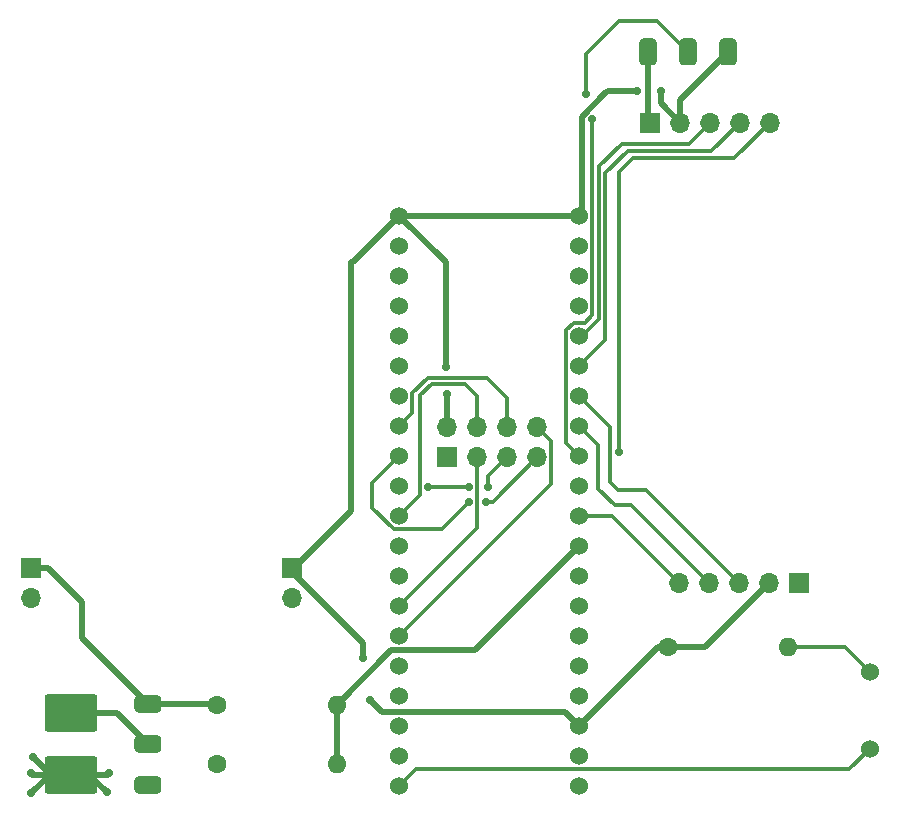
<source format=gbr>
%TF.GenerationSoftware,KiCad,Pcbnew,8.0.2*%
%TF.CreationDate,2024-06-16T11:23:50+08:00*%
%TF.ProjectId,transmitter,7472616e-736d-4697-9474-65722e6b6963,rev?*%
%TF.SameCoordinates,Original*%
%TF.FileFunction,Copper,L1,Top*%
%TF.FilePolarity,Positive*%
%FSLAX46Y46*%
G04 Gerber Fmt 4.6, Leading zero omitted, Abs format (unit mm)*
G04 Created by KiCad (PCBNEW 8.0.2) date 2024-06-16 11:23:50*
%MOMM*%
%LPD*%
G01*
G04 APERTURE LIST*
G04 Aperture macros list*
%AMRoundRect*
0 Rectangle with rounded corners*
0 $1 Rounding radius*
0 $2 $3 $4 $5 $6 $7 $8 $9 X,Y pos of 4 corners*
0 Add a 4 corners polygon primitive as box body*
4,1,4,$2,$3,$4,$5,$6,$7,$8,$9,$2,$3,0*
0 Add four circle primitives for the rounded corners*
1,1,$1+$1,$2,$3*
1,1,$1+$1,$4,$5*
1,1,$1+$1,$6,$7*
1,1,$1+$1,$8,$9*
0 Add four rect primitives between the rounded corners*
20,1,$1+$1,$2,$3,$4,$5,0*
20,1,$1+$1,$4,$5,$6,$7,0*
20,1,$1+$1,$6,$7,$8,$9,0*
20,1,$1+$1,$8,$9,$2,$3,0*%
G04 Aperture macros list end*
%TA.AperFunction,ComponentPad*%
%ADD10R,1.700000X1.700000*%
%TD*%
%TA.AperFunction,ComponentPad*%
%ADD11O,1.700000X1.700000*%
%TD*%
%TA.AperFunction,ComponentPad*%
%ADD12C,1.600000*%
%TD*%
%TA.AperFunction,ComponentPad*%
%ADD13O,1.600000X1.600000*%
%TD*%
%TA.AperFunction,ComponentPad*%
%ADD14C,1.524000*%
%TD*%
%TA.AperFunction,SMDPad,CuDef*%
%ADD15RoundRect,0.381000X0.381000X-0.762000X0.381000X0.762000X-0.381000X0.762000X-0.381000X-0.762000X0*%
%TD*%
%TA.AperFunction,SMDPad,CuDef*%
%ADD16RoundRect,0.381000X-0.381000X0.762000X-0.381000X-0.762000X0.381000X-0.762000X0.381000X0.762000X0*%
%TD*%
%TA.AperFunction,SMDPad,CuDef*%
%ADD17RoundRect,0.381000X0.762000X0.381000X-0.762000X0.381000X-0.762000X-0.381000X0.762000X-0.381000X0*%
%TD*%
%TA.AperFunction,SMDPad,CuDef*%
%ADD18RoundRect,0.381000X-0.762000X-0.381000X0.762000X-0.381000X0.762000X0.381000X-0.762000X0.381000X0*%
%TD*%
%TA.AperFunction,SMDPad,CuDef*%
%ADD19RoundRect,0.250000X-1.975000X1.350000X-1.975000X-1.350000X1.975000X-1.350000X1.975000X1.350000X0*%
%TD*%
%TA.AperFunction,ViaPad*%
%ADD20C,0.700000*%
%TD*%
%TA.AperFunction,Conductor*%
%ADD21C,0.500000*%
%TD*%
%TA.AperFunction,Conductor*%
%ADD22C,0.300000*%
%TD*%
G04 APERTURE END LIST*
D10*
%TO.P,U2,1,GND*%
%TO.N,GND*%
X142220000Y-102340000D03*
D11*
%TO.P,U2,2,VCC*%
%TO.N,+3V3*%
X142220000Y-99800000D03*
%TO.P,U2,3,CE*%
%TO.N,RF_CE*%
X144760000Y-102340000D03*
%TO.P,U2,4,CSN*%
%TO.N,NSS*%
X144760000Y-99800000D03*
%TO.P,U2,5,SCK*%
%TO.N,SCK*%
X147300000Y-102340000D03*
%TO.P,U2,6,MOSI*%
%TO.N,MOSI*%
X147300000Y-99800000D03*
%TO.P,U2,7,MISO*%
%TO.N,MISO*%
X149840000Y-102340000D03*
%TO.P,U2,8,IRQ*%
%TO.N,RF_IRQ*%
X149840000Y-99800000D03*
%TD*%
D10*
%TO.P,U4,1,GND*%
%TO.N,GND*%
X172000000Y-113000000D03*
D11*
%TO.P,U4,2,VCC*%
%TO.N,+3V3*%
X169460000Y-113000000D03*
%TO.P,U4,3,x*%
%TO.N,ADC_3*%
X166920000Y-113000000D03*
%TO.P,U4,4,Y*%
%TO.N,ADC_4*%
X164380000Y-113000000D03*
%TO.P,U4,5,SW*%
%TO.N,ADC_7*%
X161840000Y-113000000D03*
%TD*%
D10*
%TO.P,U3,1,GND*%
%TO.N,GND*%
X159380000Y-74000000D03*
D11*
%TO.P,U3,2,VCC*%
%TO.N,+3V3*%
X161920000Y-74000000D03*
%TO.P,U3,3,x*%
%TO.N,ADC_1*%
X164460000Y-74000000D03*
%TO.P,U3,4,Y*%
%TO.N,ADC_2*%
X167000000Y-74000000D03*
%TO.P,U3,5,SW*%
%TO.N,ADC_6*%
X169540000Y-74000000D03*
%TD*%
D10*
%TO.P,U6,1,Vout*%
%TO.N,+3V3*%
X129070000Y-111730000D03*
D11*
%TO.P,U6,2,GND*%
%TO.N,GND*%
X129070000Y-114270000D03*
%TO.P,U6,3,GND*%
X107030000Y-114270000D03*
D10*
%TO.P,U6,4,Vin*%
%TO.N,+8V*%
X107030000Y-111730000D03*
%TD*%
D12*
%TO.P,R3,1*%
%TO.N,+3V3*%
X160920000Y-118400000D03*
D13*
%TO.P,R3,2*%
%TO.N,Net-(BZ1-+)*%
X171080000Y-118400000D03*
%TD*%
D14*
%TO.P,BZ1,1,+*%
%TO.N,Net-(BZ1-+)*%
X178000000Y-120500000D03*
%TO.P,BZ1,2,-*%
%TO.N,Buzzer*%
X178000000Y-127000000D03*
%TD*%
D15*
%TO.P,SW2,1,A*%
%TO.N,+3V3*%
X166000000Y-68000000D03*
D16*
%TO.P,SW2,2,B*%
%TO.N,ADC_5*%
X162600000Y-68000000D03*
D15*
%TO.P,SW2,3,C*%
%TO.N,GND*%
X159200000Y-68000000D03*
%TD*%
D17*
%TO.P,SW1,1,A*%
%TO.N,+8V*%
X116900000Y-123250000D03*
D18*
%TO.P,SW1,2,B*%
%TO.N,Net-(BT1-+)*%
X116900000Y-126650000D03*
D17*
%TO.P,SW1,3,C*%
%TO.N,unconnected-(SW1-C-Pad3)*%
X116900000Y-130050000D03*
%TD*%
D14*
%TO.P,U1,3V3,3.3V*%
%TO.N,+3V3*%
X138160000Y-81900000D03*
X153400000Y-125080000D03*
%TO.P,U1,5V,5V*%
%TO.N,unconnected-(U1-Pad5V)*%
X138160000Y-86980000D03*
%TO.P,U1,G,GND*%
%TO.N,GND*%
X138160000Y-84440000D03*
X153400000Y-130160000D03*
X153400000Y-127620000D03*
%TO.P,U1,NRST,RESET*%
%TO.N,unconnected-(U1-RESET-PadNRST)*%
X153400000Y-122540000D03*
%TO.P,U1,PA0,PA0*%
%TO.N,ADC_1*%
X153400000Y-92060000D03*
%TO.P,U1,PA1,PA1*%
%TO.N,ADC_2*%
X153400000Y-94600000D03*
%TO.P,U1,PA2,PA2*%
%TO.N,ADC_3*%
X153400000Y-97140000D03*
%TO.P,U1,PA3,PA3*%
%TO.N,ADC_4*%
X153400000Y-99680000D03*
%TO.P,U1,PA4,PA4*%
%TO.N,ADC_5*%
X153400000Y-102220000D03*
%TO.P,U1,PA5,PA5*%
%TO.N,ADC_6*%
X153400000Y-104760000D03*
%TO.P,U1,PA6,PA6*%
%TO.N,ADC_7*%
X153400000Y-107300000D03*
%TO.P,U1,PA7,PA7*%
%TO.N,ADC_BT*%
X153400000Y-109840000D03*
%TO.P,U1,PA8,PA8*%
%TO.N,unconnected-(U1-PadPA8)*%
X138160000Y-120000000D03*
%TO.P,U1,PA9,PA9*%
%TO.N,RF_IRQ*%
X138160000Y-117460000D03*
%TO.P,U1,PA10,PA10*%
%TO.N,RF_CE*%
X138160000Y-114920000D03*
%TO.P,U1,PA11,PA11*%
%TO.N,unconnected-(U1-PadPA11)*%
X138160000Y-112380000D03*
%TO.P,U1,PA12,PA12*%
%TO.N,unconnected-(U1-PadPA12)*%
X138160000Y-109840000D03*
%TO.P,U1,PA15,PA15*%
%TO.N,NSS*%
X138160000Y-107300000D03*
%TO.P,U1,PB0,PB0*%
%TO.N,unconnected-(U1-PadPB0)*%
X153400000Y-112380000D03*
%TO.P,U1,PB1,PB1*%
%TO.N,unconnected-(U1-PadPB1)*%
X153400000Y-114920000D03*
%TO.P,U1,PB3,PB3*%
%TO.N,SCK*%
X138160000Y-104760000D03*
%TO.P,U1,PB4,PB4*%
%TO.N,MISO*%
X138160000Y-102220000D03*
%TO.P,U1,PB5,PB5*%
%TO.N,MOSI*%
X138160000Y-99680000D03*
%TO.P,U1,PB6,PB6*%
%TO.N,unconnected-(U1-PadPB6)*%
X138160000Y-97140000D03*
%TO.P,U1,PB7,PB7*%
%TO.N,unconnected-(U1-PadPB7)*%
X138160000Y-94600000D03*
%TO.P,U1,PB8,PB8*%
%TO.N,unconnected-(U1-PadPB8)*%
X138160000Y-92060000D03*
%TO.P,U1,PB9,PB9*%
%TO.N,unconnected-(U1-PadPB9)*%
X138160000Y-89520000D03*
%TO.P,U1,PB10,PB10*%
%TO.N,unconnected-(U1-PadPB10)*%
X153400000Y-117460000D03*
%TO.P,U1,PB11,PB11*%
%TO.N,unconnected-(U1-PadPB11)*%
X153400000Y-120000000D03*
%TO.P,U1,PB12,PB12*%
%TO.N,Buzzer*%
X138160000Y-130160000D03*
%TO.P,U1,PB13,PB13*%
%TO.N,unconnected-(U1-PadPB13)*%
X138160000Y-127620000D03*
%TO.P,U1,PB14,PB14*%
%TO.N,unconnected-(U1-PadPB14)*%
X138160000Y-125080000D03*
%TO.P,U1,PB15,PB15*%
%TO.N,unconnected-(U1-PadPB15)*%
X138160000Y-122540000D03*
%TO.P,U1,PC13,PC13*%
%TO.N,unconnected-(U1-PadPC13)*%
X153400000Y-84440000D03*
%TO.P,U1,PC14,PC14*%
%TO.N,unconnected-(U1-PadPC14)*%
X153400000Y-86980000D03*
%TO.P,U1,PC15,PC15*%
%TO.N,unconnected-(U1-PadPC15)*%
X153400000Y-89520000D03*
%TO.P,U1,VBAT,Vbat*%
%TO.N,+3V3*%
X153400000Y-81900000D03*
%TD*%
D12*
%TO.P,R1,1*%
%TO.N,+8V*%
X122720000Y-123300000D03*
D13*
%TO.P,R1,2*%
%TO.N,ADC_BT*%
X132880000Y-123300000D03*
%TD*%
D12*
%TO.P,R2,1*%
%TO.N,GND*%
X122720000Y-128300000D03*
D13*
%TO.P,R2,2*%
%TO.N,ADC_BT*%
X132880000Y-128300000D03*
%TD*%
D19*
%TO.P,BT1,1,+*%
%TO.N,Net-(BT1-+)*%
X110400000Y-124000000D03*
%TO.P,BT1,2,-*%
%TO.N,GND*%
X110400000Y-129200000D03*
%TD*%
D20*
%TO.N,+3V3*%
X135100000Y-119300000D03*
X135700000Y-122900000D03*
%TO.N,ADC_6*%
X156800000Y-101900000D03*
%TO.N,ADC_5*%
X154000000Y-71600000D03*
X154515686Y-73715686D03*
%TO.N,+3V3*%
X158300000Y-71300000D03*
X160300000Y-71300000D03*
X142100000Y-94700000D03*
X142200000Y-97000000D03*
%TO.N,MISO*%
X144060000Y-106100000D03*
X145500000Y-106100000D03*
%TO.N,SCK*%
X140600000Y-104900000D03*
X145700000Y-104900000D03*
X144060000Y-104900000D03*
%TO.N,GND*%
X107000000Y-130800000D03*
X113400000Y-130700000D03*
X107200000Y-127700000D03*
X113600000Y-129100000D03*
X107000000Y-129100000D03*
%TD*%
D21*
%TO.N,+3V3*%
X129070000Y-112070000D02*
X135100000Y-118100000D01*
X129070000Y-111730000D02*
X129070000Y-112070000D01*
X129270000Y-111730000D02*
X129070000Y-111730000D01*
X134100000Y-106900000D02*
X129270000Y-111730000D01*
%TO.N,+8V*%
X108430000Y-111730000D02*
X111300000Y-114600000D01*
X107030000Y-111730000D02*
X108430000Y-111730000D01*
%TO.N,+3V3*%
X152188000Y-123868000D02*
X153400000Y-125080000D01*
X136668000Y-123868000D02*
X152188000Y-123868000D01*
X135700000Y-122900000D02*
X136668000Y-123868000D01*
X135100000Y-118100000D02*
X135100000Y-119300000D01*
D22*
%TO.N,ADC_6*%
X156800000Y-78200000D02*
X156800000Y-101900000D01*
X158000000Y-77000000D02*
X156800000Y-78200000D01*
X166540000Y-77000000D02*
X158000000Y-77000000D01*
X169540000Y-74000000D02*
X166540000Y-77000000D01*
%TO.N,ADC_2*%
X155600000Y-92400000D02*
X153400000Y-94600000D01*
X164600000Y-76400000D02*
X157500000Y-76400000D01*
X157500000Y-76400000D02*
X155600000Y-78300000D01*
X167000000Y-74000000D02*
X164600000Y-76400000D01*
X155600000Y-78300000D02*
X155600000Y-92400000D01*
%TO.N,ADC_1*%
X153640000Y-92060000D02*
X153400000Y-92060000D01*
X155100000Y-90600000D02*
X153640000Y-92060000D01*
X157000000Y-75800000D02*
X155100000Y-77700000D01*
X162660000Y-75800000D02*
X157000000Y-75800000D01*
X155100000Y-77700000D02*
X155100000Y-90600000D01*
X164460000Y-74000000D02*
X162660000Y-75800000D01*
%TO.N,ADC_5*%
X152288000Y-101108000D02*
X153400000Y-102220000D01*
X152288000Y-91599394D02*
X152288000Y-101108000D01*
X152939394Y-90948000D02*
X152288000Y-91599394D01*
X153860606Y-90948000D02*
X152939394Y-90948000D01*
X154515686Y-73715686D02*
X154512000Y-73719372D01*
X154512000Y-73719372D02*
X154512000Y-90296606D01*
X154000000Y-68600000D02*
X154000000Y-71600000D01*
X154512000Y-90296606D02*
X153860606Y-90948000D01*
X154000000Y-68200000D02*
X154000000Y-68600000D01*
X156800000Y-65400000D02*
X154900000Y-67300000D01*
X157400000Y-65400000D02*
X156800000Y-65400000D01*
X160000000Y-65400000D02*
X157400000Y-65400000D01*
X154900000Y-67300000D02*
X154000000Y-68200000D01*
X162600000Y-68000000D02*
X160000000Y-65400000D01*
D21*
%TO.N,+3V3*%
X161920000Y-72080000D02*
X166000000Y-68000000D01*
X161920000Y-74000000D02*
X161920000Y-72080000D01*
X160300000Y-71300000D02*
X160300000Y-72380000D01*
X160300000Y-72380000D02*
X161920000Y-74000000D01*
X155600000Y-71500000D02*
X155800000Y-71300000D01*
X153600000Y-73500000D02*
X155600000Y-71500000D01*
X155800000Y-71300000D02*
X158300000Y-71300000D01*
X153600000Y-81700000D02*
X153600000Y-73500000D01*
X153400000Y-81900000D02*
X153600000Y-81700000D01*
%TO.N,GND*%
X159200000Y-68000000D02*
X159200000Y-73820000D01*
X159200000Y-73820000D02*
X159380000Y-74000000D01*
D22*
%TO.N,ADC_3*%
X156000000Y-99740000D02*
X153400000Y-97140000D01*
X156700000Y-105100000D02*
X156000000Y-104400000D01*
X156000000Y-104400000D02*
X156000000Y-99740000D01*
X159020000Y-105100000D02*
X156700000Y-105100000D01*
X166920000Y-113000000D02*
X159020000Y-105100000D01*
%TO.N,ADC_4*%
X155000000Y-101280000D02*
X153400000Y-99680000D01*
X155000000Y-105000000D02*
X155000000Y-101280000D01*
X156400000Y-106400000D02*
X155000000Y-105000000D01*
X157780000Y-106400000D02*
X156400000Y-106400000D01*
X164380000Y-113000000D02*
X157780000Y-106400000D01*
%TO.N,ADC_7*%
X156140000Y-107300000D02*
X161840000Y-113000000D01*
X153400000Y-107300000D02*
X156140000Y-107300000D01*
D21*
%TO.N,+3V3*%
X142100000Y-85840000D02*
X138160000Y-81900000D01*
X142100000Y-94700000D02*
X142100000Y-85840000D01*
X142220000Y-97020000D02*
X142200000Y-97000000D01*
X142220000Y-99800000D02*
X142220000Y-97020000D01*
X164060000Y-118400000D02*
X169460000Y-113000000D01*
X160920000Y-118400000D02*
X164060000Y-118400000D01*
X160080000Y-118400000D02*
X160920000Y-118400000D01*
X153400000Y-125080000D02*
X160080000Y-118400000D01*
D22*
%TO.N,Net-(BZ1-+)*%
X175900000Y-118400000D02*
X178000000Y-120500000D01*
X171080000Y-118400000D02*
X175900000Y-118400000D01*
%TO.N,Buzzer*%
X176268000Y-128732000D02*
X178000000Y-127000000D01*
X138160000Y-130160000D02*
X139588000Y-128732000D01*
X139588000Y-128732000D02*
X176268000Y-128732000D01*
D21*
%TO.N,ADC_BT*%
X144540000Y-118700000D02*
X153400000Y-109840000D01*
X137480000Y-118700000D02*
X144540000Y-118700000D01*
X132880000Y-123300000D02*
X137480000Y-118700000D01*
D22*
%TO.N,RF_IRQ*%
X151040000Y-104580000D02*
X138160000Y-117460000D01*
X151040000Y-101000000D02*
X151040000Y-104580000D01*
X149840000Y-99800000D02*
X151040000Y-101000000D01*
%TO.N,MISO*%
X135900000Y-104480000D02*
X138160000Y-102220000D01*
X135900000Y-106612606D02*
X135900000Y-104480000D01*
X137699394Y-108412000D02*
X135900000Y-106612606D01*
X141748000Y-108412000D02*
X137699394Y-108412000D01*
X144060000Y-106100000D02*
X141748000Y-108412000D01*
X146080000Y-106100000D02*
X145500000Y-106100000D01*
X149840000Y-102340000D02*
X146080000Y-106100000D01*
%TO.N,SCK*%
X144060000Y-104900000D02*
X140600000Y-104900000D01*
X145700000Y-103940000D02*
X145700000Y-104900000D01*
X147300000Y-102340000D02*
X145700000Y-103940000D01*
%TO.N,RF_CE*%
X144760000Y-108320000D02*
X138160000Y-114920000D01*
X144760000Y-102340000D02*
X144760000Y-108320000D01*
%TO.N,NSS*%
X139900000Y-97100000D02*
X139900000Y-105560000D01*
X139900000Y-105560000D02*
X138160000Y-107300000D01*
X140900000Y-96100000D02*
X139900000Y-97100000D01*
X143700000Y-96100000D02*
X140900000Y-96100000D01*
X144760000Y-97160000D02*
X143700000Y-96100000D01*
X144760000Y-99800000D02*
X144760000Y-97160000D01*
%TO.N,MOSI*%
X139272000Y-96928000D02*
X139272000Y-98568000D01*
X145600000Y-95600000D02*
X140600000Y-95600000D01*
X147300000Y-97300000D02*
X145600000Y-95600000D01*
X147300000Y-99800000D02*
X147300000Y-97300000D01*
X140600000Y-95600000D02*
X139272000Y-96928000D01*
X139272000Y-98568000D02*
X138160000Y-99680000D01*
D21*
%TO.N,+3V3*%
X138160000Y-81900000D02*
X153400000Y-81900000D01*
X134100000Y-85800000D02*
X134260000Y-85800000D01*
X134260000Y-85800000D02*
X138160000Y-81900000D01*
X134100000Y-106900000D02*
X134100000Y-85800000D01*
%TO.N,ADC_BT*%
X132880000Y-123300000D02*
X132880000Y-128300000D01*
%TO.N,+8V*%
X122670000Y-123250000D02*
X122720000Y-123300000D01*
X116900000Y-123250000D02*
X122670000Y-123250000D01*
%TO.N,GND*%
X108600000Y-129200000D02*
X107000000Y-130800000D01*
X110400000Y-129200000D02*
X108600000Y-129200000D01*
X111900000Y-129200000D02*
X113400000Y-130700000D01*
X110400000Y-129200000D02*
X111900000Y-129200000D01*
X108700000Y-129200000D02*
X107200000Y-127700000D01*
X110400000Y-129200000D02*
X108700000Y-129200000D01*
X113500000Y-129200000D02*
X113600000Y-129100000D01*
X110400000Y-129200000D02*
X113500000Y-129200000D01*
X107100000Y-129200000D02*
X107000000Y-129100000D01*
X110400000Y-129200000D02*
X107100000Y-129200000D01*
%TO.N,+8V*%
X111300000Y-117650000D02*
X111300000Y-114600000D01*
X116900000Y-123250000D02*
X111300000Y-117650000D01*
%TO.N,Net-(BT1-+)*%
X114250000Y-124000000D02*
X116900000Y-126650000D01*
X110400000Y-124000000D02*
X114250000Y-124000000D01*
%TD*%
M02*

</source>
